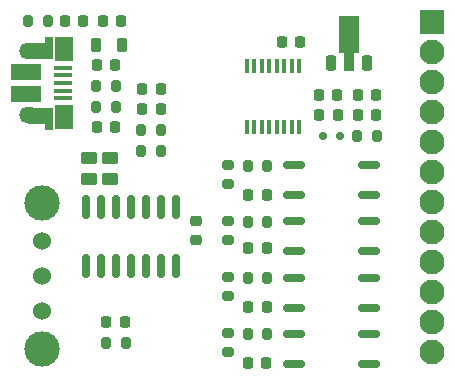
<source format=gbr>
%TF.GenerationSoftware,KiCad,Pcbnew,8.0.3*%
%TF.CreationDate,2024-09-20T11:12:47-04:00*%
%TF.ProjectId,Sequencer,53657175-656e-4636-9572-2e6b69636164,rev?*%
%TF.SameCoordinates,Original*%
%TF.FileFunction,Soldermask,Top*%
%TF.FilePolarity,Negative*%
%FSLAX46Y46*%
G04 Gerber Fmt 4.6, Leading zero omitted, Abs format (unit mm)*
G04 Created by KiCad (PCBNEW 8.0.3) date 2024-09-20 11:12:47*
%MOMM*%
%LPD*%
G01*
G04 APERTURE LIST*
G04 Aperture macros list*
%AMRoundRect*
0 Rectangle with rounded corners*
0 $1 Rounding radius*
0 $2 $3 $4 $5 $6 $7 $8 $9 X,Y pos of 4 corners*
0 Add a 4 corners polygon primitive as box body*
4,1,4,$2,$3,$4,$5,$6,$7,$8,$9,$2,$3,0*
0 Add four circle primitives for the rounded corners*
1,1,$1+$1,$2,$3*
1,1,$1+$1,$4,$5*
1,1,$1+$1,$6,$7*
1,1,$1+$1,$8,$9*
0 Add four rect primitives between the rounded corners*
20,1,$1+$1,$2,$3,$4,$5,0*
20,1,$1+$1,$4,$5,$6,$7,0*
20,1,$1+$1,$6,$7,$8,$9,0*
20,1,$1+$1,$8,$9,$2,$3,0*%
%AMFreePoly0*
4,1,9,3.862500,-0.866500,0.737500,-0.866500,0.737500,-0.450000,-0.737500,-0.450000,-0.737500,0.450000,0.737500,0.450000,0.737500,0.866500,3.862500,0.866500,3.862500,-0.866500,3.862500,-0.866500,$1*%
G04 Aperture macros list end*
%ADD10RoundRect,0.200000X-0.200000X-0.275000X0.200000X-0.275000X0.200000X0.275000X-0.200000X0.275000X0*%
%ADD11RoundRect,0.250000X-0.450000X0.262500X-0.450000X-0.262500X0.450000X-0.262500X0.450000X0.262500X0*%
%ADD12RoundRect,0.218750X0.218750X0.256250X-0.218750X0.256250X-0.218750X-0.256250X0.218750X-0.256250X0*%
%ADD13RoundRect,0.225000X-0.225000X-0.250000X0.225000X-0.250000X0.225000X0.250000X-0.225000X0.250000X0*%
%ADD14RoundRect,0.225000X0.225000X0.250000X-0.225000X0.250000X-0.225000X-0.250000X0.225000X-0.250000X0*%
%ADD15RoundRect,0.150000X-0.750000X-0.150000X0.750000X-0.150000X0.750000X0.150000X-0.750000X0.150000X0*%
%ADD16C,1.524000*%
%ADD17C,3.000000*%
%ADD18RoundRect,0.225000X-0.250000X0.225000X-0.250000X-0.225000X0.250000X-0.225000X0.250000X0.225000X0*%
%ADD19R,1.650000X0.400000*%
%ADD20R,0.700000X1.825000*%
%ADD21R,1.500000X2.000000*%
%ADD22R,2.000000X1.350000*%
%ADD23O,1.700000X1.350000*%
%ADD24O,1.500000X1.100000*%
%ADD25R,2.500000X1.430000*%
%ADD26RoundRect,0.200000X-0.275000X0.200000X-0.275000X-0.200000X0.275000X-0.200000X0.275000X0.200000X0*%
%ADD27RoundRect,0.218750X-0.218750X-0.256250X0.218750X-0.256250X0.218750X0.256250X-0.218750X0.256250X0*%
%ADD28RoundRect,0.218750X-0.218750X-0.381250X0.218750X-0.381250X0.218750X0.381250X-0.218750X0.381250X0*%
%ADD29RoundRect,0.225000X0.225000X-0.425000X0.225000X0.425000X-0.225000X0.425000X-0.225000X-0.425000X0*%
%ADD30FreePoly0,90.000000*%
%ADD31RoundRect,0.200000X0.200000X0.275000X-0.200000X0.275000X-0.200000X-0.275000X0.200000X-0.275000X0*%
%ADD32R,0.400000X1.200000*%
%ADD33RoundRect,0.150000X-0.150000X-0.200000X0.150000X-0.200000X0.150000X0.200000X-0.150000X0.200000X0*%
%ADD34RoundRect,0.150000X-0.150000X0.825000X-0.150000X-0.825000X0.150000X-0.825000X0.150000X0.825000X0*%
%ADD35R,2.100000X2.100000*%
%ADD36C,2.100000*%
G04 APERTURE END LIST*
D10*
%TO.C,R17*%
X147675000Y-79000000D03*
X149325000Y-79000000D03*
%TD*%
D11*
%TO.C,R12*%
X146250000Y-63337500D03*
X146250000Y-65162500D03*
%TD*%
%TO.C,R11*%
X148000000Y-63337500D03*
X148000000Y-65162500D03*
%TD*%
D12*
%TO.C,D9*%
X149287500Y-77250000D03*
X147712500Y-77250000D03*
%TD*%
D13*
%TO.C,C2*%
X165745000Y-59758749D03*
X167295000Y-59758749D03*
%TD*%
D14*
%TO.C,C4*%
X170545000Y-58008749D03*
X168995000Y-58008749D03*
%TD*%
D15*
%TO.C,U4*%
X163600000Y-73480000D03*
X163600000Y-76020000D03*
X169900000Y-76020000D03*
X169900000Y-73480000D03*
%TD*%
D16*
%TO.C,SW1*%
X142250000Y-70350000D03*
X142250000Y-73350000D03*
X142250000Y-76350000D03*
D17*
X142250000Y-67200000D03*
X142250000Y-79500000D03*
%TD*%
D18*
%TO.C,C9*%
X155250000Y-68725000D03*
X155250000Y-70275000D03*
%TD*%
D19*
%TO.C,J2*%
X144015000Y-55716647D03*
X144015000Y-56366647D03*
X144015000Y-57016647D03*
X144015000Y-57666647D03*
X144015000Y-58316647D03*
D20*
X142815000Y-54066647D03*
D21*
X144115000Y-54166647D03*
D22*
X142065000Y-54286647D03*
D23*
X141135000Y-54286647D03*
D24*
X144135000Y-54596647D03*
D25*
X140865000Y-56056647D03*
X140865000Y-57976647D03*
D24*
X144135000Y-59436647D03*
D23*
X141135000Y-59746647D03*
D22*
X142065000Y-59766647D03*
D21*
X144135000Y-59916647D03*
D20*
X142815000Y-60016647D03*
%TD*%
D15*
%TO.C,U5*%
X163600000Y-78230000D03*
X163600000Y-80770000D03*
X169900000Y-80770000D03*
X169900000Y-78230000D03*
%TD*%
D26*
%TO.C,R6*%
X158000000Y-68675000D03*
X158000000Y-70325000D03*
%TD*%
D13*
%TO.C,C1*%
X146905000Y-55520000D03*
X148455000Y-55520000D03*
%TD*%
D12*
%TO.C,D3*%
X161287500Y-76000000D03*
X159712500Y-76000000D03*
%TD*%
D10*
%TO.C,R1*%
X159675000Y-64000000D03*
X161325000Y-64000000D03*
%TD*%
D27*
%TO.C,D8*%
X150712500Y-59250000D03*
X152287500Y-59250000D03*
%TD*%
D28*
%TO.C,FB1*%
X146867500Y-53770000D03*
X148992500Y-53770000D03*
%TD*%
D27*
%TO.C,D7*%
X150712500Y-57500000D03*
X152287500Y-57500000D03*
%TD*%
D12*
%TO.C,D6*%
X145750000Y-51750000D03*
X144175000Y-51750000D03*
%TD*%
D29*
%TO.C,U6*%
X166750000Y-55339374D03*
D30*
X168250000Y-55251874D03*
D29*
X169750000Y-55339374D03*
%TD*%
D31*
%TO.C,R16*%
X152325000Y-61000000D03*
X150675000Y-61000000D03*
%TD*%
%TO.C,R15*%
X152325000Y-62750000D03*
X150675000Y-62750000D03*
%TD*%
D26*
%TO.C,R8*%
X158000000Y-78175000D03*
X158000000Y-79825000D03*
%TD*%
D31*
%TO.C,R14*%
X148505000Y-59020000D03*
X146855000Y-59020000D03*
%TD*%
D32*
%TO.C,U7*%
X164020000Y-55558749D03*
X163385000Y-55558749D03*
X162750000Y-55558749D03*
X162115000Y-55558749D03*
X161480000Y-55558749D03*
X160845000Y-55558749D03*
X160210000Y-55558749D03*
X159575000Y-55558749D03*
X159575000Y-60758749D03*
X160210000Y-60758749D03*
X160845000Y-60758749D03*
X161480000Y-60758749D03*
X162115000Y-60758749D03*
X162750000Y-60758749D03*
X163385000Y-60758749D03*
X164020000Y-60758749D03*
%TD*%
D31*
%TO.C,R9*%
X170595000Y-61508749D03*
X168945000Y-61508749D03*
%TD*%
D26*
%TO.C,R7*%
X158000000Y-73425000D03*
X158000000Y-75075000D03*
%TD*%
D13*
%TO.C,C5*%
X146905000Y-60770000D03*
X148455000Y-60770000D03*
%TD*%
D12*
%TO.C,D1*%
X161287500Y-66500000D03*
X159712500Y-66500000D03*
%TD*%
%TO.C,D4*%
X161250000Y-80750000D03*
X159675000Y-80750000D03*
%TD*%
D14*
%TO.C,C7*%
X164125000Y-53558749D03*
X162575000Y-53558749D03*
%TD*%
D33*
%TO.C,D5*%
X167470000Y-61508749D03*
X166070000Y-61508749D03*
%TD*%
D12*
%TO.C,D2*%
X161287500Y-71000000D03*
X159712500Y-71000000D03*
%TD*%
D26*
%TO.C,R5*%
X158000000Y-63925000D03*
X158000000Y-65575000D03*
%TD*%
D10*
%TO.C,R2*%
X159675000Y-68750000D03*
X161325000Y-68750000D03*
%TD*%
D31*
%TO.C,R10*%
X142750000Y-51750000D03*
X141100000Y-51750000D03*
%TD*%
D15*
%TO.C,U2*%
X163600000Y-63980000D03*
X163600000Y-66520000D03*
X169900000Y-66520000D03*
X169900000Y-63980000D03*
%TD*%
D13*
%TO.C,C3*%
X165720000Y-58008749D03*
X167270000Y-58008749D03*
%TD*%
D14*
%TO.C,C8*%
X148955000Y-51770000D03*
X147405000Y-51770000D03*
%TD*%
D34*
%TO.C,U1*%
X153580000Y-67550000D03*
X152310000Y-67550000D03*
X151040000Y-67550000D03*
X149770000Y-67550000D03*
X148500000Y-67550000D03*
X147230000Y-67550000D03*
X145960000Y-67550000D03*
X145960000Y-72500000D03*
X147230000Y-72500000D03*
X148500000Y-72500000D03*
X149770000Y-72500000D03*
X151040000Y-72500000D03*
X152310000Y-72500000D03*
X153580000Y-72500000D03*
%TD*%
D31*
%TO.C,R13*%
X148505000Y-57270000D03*
X146855000Y-57270000D03*
%TD*%
D15*
%TO.C,U3*%
X163600000Y-68730000D03*
X163600000Y-71270000D03*
X169900000Y-71270000D03*
X169900000Y-68730000D03*
%TD*%
D10*
%TO.C,R3*%
X159675000Y-73500000D03*
X161325000Y-73500000D03*
%TD*%
%TO.C,R4*%
X159675000Y-78250000D03*
X161325000Y-78250000D03*
%TD*%
D14*
%TO.C,C6*%
X170545000Y-59758749D03*
X168995000Y-59758749D03*
%TD*%
D35*
%TO.C,J1*%
X175250000Y-51810000D03*
D36*
X175250000Y-54350000D03*
X175250000Y-56890000D03*
X175250000Y-59430000D03*
X175250000Y-61970000D03*
X175250000Y-64510000D03*
X175250000Y-67050000D03*
X175250000Y-69590000D03*
X175250000Y-72130000D03*
X175250000Y-74670000D03*
X175250000Y-77210000D03*
X175250000Y-79750000D03*
%TD*%
M02*

</source>
